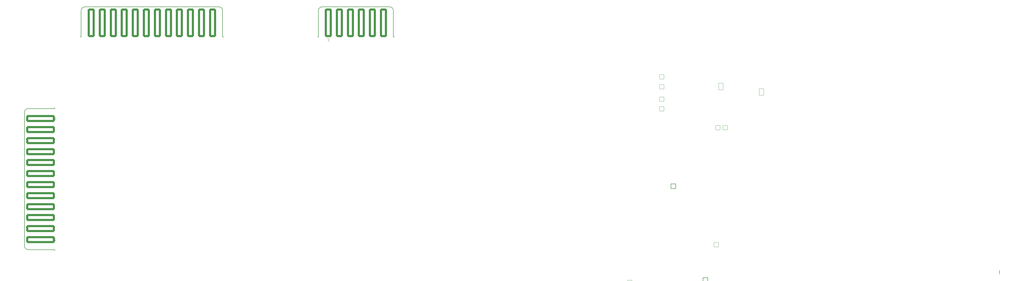
<source format=gbo>
G04 #@! TF.GenerationSoftware,KiCad,Pcbnew,8.0.6*
G04 #@! TF.CreationDate,2024-11-24T22:49:27+01:00*
G04 #@! TF.ProjectId,cbm_ultipet_v1,63626d5f-756c-4746-9970-65745f76312e,rev?*
G04 #@! TF.SameCoordinates,Original*
G04 #@! TF.FileFunction,Legend,Bot*
G04 #@! TF.FilePolarity,Positive*
%FSLAX46Y46*%
G04 Gerber Fmt 4.6, Leading zero omitted, Abs format (unit mm)*
G04 Created by KiCad (PCBNEW 8.0.6) date 2024-11-24 22:49:27*
%MOMM*%
%LPD*%
G01*
G04 APERTURE LIST*
G04 Aperture macros list*
%AMRoundRect*
0 Rectangle with rounded corners*
0 $1 Rounding radius*
0 $2 $3 $4 $5 $6 $7 $8 $9 X,Y pos of 4 corners*
0 Add a 4 corners polygon primitive as box body*
4,1,4,$2,$3,$4,$5,$6,$7,$8,$9,$2,$3,0*
0 Add four circle primitives for the rounded corners*
1,1,$1+$1,$2,$3*
1,1,$1+$1,$4,$5*
1,1,$1+$1,$6,$7*
1,1,$1+$1,$8,$9*
0 Add four rect primitives between the rounded corners*
20,1,$1+$1,$2,$3,$4,$5,0*
20,1,$1+$1,$4,$5,$6,$7,0*
20,1,$1+$1,$6,$7,$8,$9,0*
20,1,$1+$1,$8,$9,$2,$3,0*%
%AMFreePoly0*
4,1,25,0.333266,0.742596,0.345389,0.732242,0.732242,0.345389,0.760749,0.289441,0.762000,0.273547,0.762000,-0.273547,0.742596,-0.333266,0.732242,-0.345389,0.345389,-0.732242,0.289441,-0.760749,0.273547,-0.762000,-0.273547,-0.762000,-0.333266,-0.742596,-0.345389,-0.732242,-0.732242,-0.345389,-0.760749,-0.289441,-0.762000,-0.273547,-0.762000,0.273547,-0.742596,0.333266,-0.732242,0.345389,
-0.345389,0.732242,-0.289441,0.760749,-0.273547,0.762000,0.273547,0.762000,0.333266,0.742596,0.333266,0.742596,$1*%
%AMFreePoly1*
4,1,25,0.391131,0.882296,0.403254,0.871942,0.871942,0.403254,0.900449,0.347306,0.901700,0.331412,0.901700,-0.331412,0.882296,-0.391131,0.871942,-0.403254,0.403254,-0.871942,0.347306,-0.900449,0.331412,-0.901700,-0.331412,-0.901700,-0.391131,-0.882296,-0.403254,-0.871942,-0.871942,-0.403254,-0.900449,-0.347306,-0.901700,-0.331412,-0.901700,0.331412,-0.882296,0.391131,-0.871942,0.403254,
-0.403254,0.871942,-0.347306,0.900449,-0.331412,0.901700,0.331412,0.901700,0.391131,0.882296,0.391131,0.882296,$1*%
%AMFreePoly2*
4,1,25,0.375350,0.844196,0.387473,0.833842,0.833842,0.387473,0.862349,0.331525,0.863600,0.315631,0.863600,-0.315631,0.844196,-0.375350,0.833842,-0.387473,0.387473,-0.833842,0.331525,-0.862349,0.315631,-0.863600,-0.315631,-0.863600,-0.375350,-0.844196,-0.387473,-0.833842,-0.833842,-0.387473,-0.862349,-0.331525,-0.863600,-0.315631,-0.863600,0.315631,-0.844196,0.375350,-0.833842,0.387473,
-0.387473,0.833842,-0.331525,0.862349,-0.315631,0.863600,0.315631,0.863600,0.375350,0.844196,0.375350,0.844196,$1*%
%AMFreePoly3*
4,1,25,0.322745,0.717196,0.334868,0.706842,0.706842,0.334868,0.735349,0.278920,0.736600,0.263026,0.736600,-0.263026,0.717196,-0.322745,0.706842,-0.334868,0.334868,-0.706842,0.278920,-0.735349,0.263026,-0.736600,-0.263026,-0.736600,-0.322745,-0.717196,-0.334868,-0.706842,-0.706842,-0.334868,-0.735349,-0.278920,-0.736600,-0.263026,-0.736600,0.263026,-0.717196,0.322745,-0.706842,0.334868,
-0.334868,0.706842,-0.278920,0.735349,-0.263026,0.736600,0.263026,0.736600,0.322745,0.717196,0.322745,0.717196,$1*%
%AMFreePoly4*
4,1,25,0.354308,0.793396,0.366431,0.783042,0.783042,0.366431,0.811549,0.310483,0.812800,0.294589,0.812800,-0.294589,0.793396,-0.354308,0.783042,-0.366431,0.366431,-0.783042,0.310483,-0.811549,0.294589,-0.812800,-0.294589,-0.812800,-0.354308,-0.793396,-0.366431,-0.783042,-0.783042,-0.366431,-0.811549,-0.310483,-0.812800,-0.294589,-0.812800,0.294589,-0.793396,0.354308,-0.783042,0.366431,
-0.366431,0.783042,-0.310483,0.811549,-0.294589,0.812800,0.294589,0.812800,0.354308,0.793396,0.354308,0.793396,$1*%
%AMFreePoly5*
4,1,25,0.349047,0.780696,0.361170,0.770342,0.770342,0.361170,0.798849,0.305222,0.800100,0.289328,0.800100,-0.289328,0.780696,-0.349047,0.770342,-0.361170,0.361170,-0.770342,0.305222,-0.798849,0.289328,-0.800100,-0.289328,-0.800100,-0.349047,-0.780696,-0.361170,-0.770342,-0.770342,-0.361170,-0.798849,-0.305222,-0.800100,-0.289328,-0.800100,0.289328,-0.780696,0.349047,-0.770342,0.361170,
-0.361170,0.770342,-0.305222,0.798849,-0.289328,0.800100,0.289328,0.800100,0.349047,0.780696,0.349047,0.780696,$1*%
%AMFreePoly6*
4,1,25,0.470039,1.072796,0.482162,1.062442,1.062442,0.482162,1.090949,0.426214,1.092200,0.410320,1.092200,-0.410320,1.072796,-0.470039,1.062442,-0.482162,0.482162,-1.062442,0.426214,-1.090949,0.410320,-1.092200,-0.410320,-1.092200,-0.470039,-1.072796,-0.482162,-1.062442,-1.062442,-0.482162,-1.090949,-0.426214,-1.092200,-0.410320,-1.092200,0.410320,-1.072796,0.470039,-1.062442,0.482162,
-0.482162,1.062442,-0.426214,1.090949,-0.410320,1.092200,0.410320,1.092200,0.470039,1.072796,0.470039,1.072796,$1*%
G04 Aperture macros list end*
%ADD10C,0.101600*%
%ADD11C,0.127000*%
%ADD12C,0.203200*%
%ADD13C,4.500000*%
%ADD14C,4.600000*%
%ADD15O,2.844800X1.524000*%
%ADD16C,6.102000*%
%ADD17O,3.048000X1.625600*%
%ADD18FreePoly0,180.000000*%
%ADD19RoundRect,0.051000X0.800000X-0.800000X0.800000X0.800000X-0.800000X0.800000X-0.800000X-0.800000X0*%
%ADD20O,1.702000X1.702000*%
%ADD21O,1.524000X2.844800*%
%ADD22FreePoly0,270.000000*%
%ADD23C,1.803400*%
%ADD24FreePoly1,90.000000*%
%ADD25FreePoly0,0.000000*%
%ADD26C,3.150000*%
%ADD27FreePoly2,90.000000*%
%ADD28O,2.102000X1.302000*%
%ADD29FreePoly0,90.000000*%
%ADD30RoundRect,0.051000X0.800000X0.800000X-0.800000X0.800000X-0.800000X-0.800000X0.800000X-0.800000X0*%
%ADD31FreePoly1,0.000000*%
%ADD32FreePoly2,270.000000*%
%ADD33C,2.362200*%
%ADD34RoundRect,0.051000X0.800000X-1.200000X0.800000X1.200000X-0.800000X1.200000X-0.800000X-1.200000X0*%
%ADD35O,1.702000X2.502000*%
%ADD36RoundRect,0.051000X-0.850000X-0.850000X0.850000X-0.850000X0.850000X0.850000X-0.850000X0.850000X0*%
%ADD37RoundRect,0.051000X-0.800000X0.800000X-0.800000X-0.800000X0.800000X-0.800000X0.800000X0.800000X0*%
%ADD38C,1.473200*%
%ADD39FreePoly3,270.000000*%
%ADD40FreePoly1,270.000000*%
%ADD41RoundRect,0.265000X-0.636000X-0.636000X0.636000X-0.636000X0.636000X0.636000X-0.636000X0.636000X0*%
%ADD42C,1.802000*%
%ADD43FreePoly3,0.000000*%
%ADD44FreePoly3,90.000000*%
%ADD45C,1.524000*%
%ADD46O,1.625600X3.048000*%
%ADD47RoundRect,0.388620X0.906780X4.792980X-0.906780X4.792980X-0.906780X-4.792980X0.906780X-4.792980X0*%
%ADD48O,1.802000X1.802000*%
%ADD49RoundRect,0.051000X0.850000X-0.850000X0.850000X0.850000X-0.850000X0.850000X-0.850000X-0.850000X0*%
%ADD50C,5.283200*%
%ADD51C,2.896000*%
%ADD52RoundRect,0.051000X-0.800000X-0.800000X0.800000X-0.800000X0.800000X0.800000X-0.800000X0.800000X0*%
%ADD53C,1.702000*%
%ADD54O,4.394200X2.298700*%
%ADD55O,2.451100X4.699000*%
%ADD56RoundRect,0.388620X-4.792980X0.906780X-4.792980X-0.906780X4.792980X-0.906780X4.792980X0.906780X0*%
%ADD57FreePoly4,270.000000*%
%ADD58O,2.603200X1.403200*%
%ADD59O,1.403200X2.603200*%
%ADD60C,1.625600*%
%ADD61C,3.530600*%
%ADD62O,2.203200X4.203200*%
%ADD63O,4.203200X2.203200*%
%ADD64RoundRect,0.051000X-1.200000X-0.800000X1.200000X-0.800000X1.200000X0.800000X-1.200000X0.800000X0*%
%ADD65O,2.502000X1.702000*%
%ADD66C,1.727200*%
%ADD67RoundRect,0.051000X-0.711200X0.711200X-0.711200X-0.711200X0.711200X-0.711200X0.711200X0.711200X0*%
%ADD68C,1.524400*%
%ADD69C,1.626000*%
%ADD70O,1.602000X2.102000*%
%ADD71C,3.404000*%
%ADD72O,3.556000X1.879600*%
%ADD73FreePoly4,0.000000*%
%ADD74FreePoly2,180.000000*%
%ADD75C,1.611200*%
%ADD76C,1.600200*%
%ADD77FreePoly5,90.000000*%
%ADD78FreePoly4,180.000000*%
%ADD79FreePoly6,180.000000*%
%ADD80C,2.184400*%
%ADD81C,2.082800*%
%ADD82C,1.981200*%
%ADD83C,4.013200*%
%ADD84O,1.302000X2.102000*%
%ADD85FreePoly4,90.000000*%
G04 APERTURE END LIST*
D10*
X124770519Y-54793046D02*
X125159986Y-54793046D01*
X125159986Y-55405065D02*
X125159986Y-54236665D01*
X125159986Y-54236665D02*
X124603605Y-54236665D01*
X26853774Y-82802824D02*
X26853774Y-83359205D01*
X27187603Y-82691548D02*
X26019203Y-83081014D01*
X26019203Y-83081014D02*
X27187603Y-83470481D01*
X27187603Y-126333586D02*
X26019203Y-126333586D01*
X26019203Y-126333586D02*
X27187603Y-127001243D01*
X27187603Y-127001243D02*
X26019203Y-127001243D01*
D11*
X121473565Y-44153750D02*
X121473565Y-53678750D01*
X121473565Y-53678750D02*
X121092565Y-53678750D01*
X147127565Y-42883750D02*
X122743565Y-42883750D01*
X148397565Y-53678750D02*
X148397565Y-44153750D01*
X148778565Y-53678750D02*
X148397565Y-53678750D01*
X121473565Y-44153750D02*
G75*
G02*
X122743565Y-42883750I1270000J0D01*
G01*
X147127565Y-42883750D02*
G75*
G02*
X148397565Y-44153750I1J-1269999D01*
G01*
X15905877Y-80744215D02*
X15905877Y-129004215D01*
X17175877Y-130274215D02*
X26700877Y-130274215D01*
X26700877Y-79093215D02*
X26700877Y-79474215D01*
X26700877Y-79474215D02*
X17175877Y-79474215D01*
X26700877Y-130274215D02*
X26700877Y-130655215D01*
X15905877Y-80744215D02*
G75*
G02*
X17175877Y-79474215I1269999J1D01*
G01*
X17175877Y-130274215D02*
G75*
G02*
X15905877Y-129004215I0J1270000D01*
G01*
X36249750Y-44151750D02*
X36249750Y-53676750D01*
X36249750Y-53676750D02*
X35868750Y-53676750D01*
X85779750Y-42881750D02*
X37519750Y-42881750D01*
X87049750Y-53676750D02*
X87049750Y-44151750D01*
X87430750Y-53676750D02*
X87049750Y-53676750D01*
X36249750Y-44151750D02*
G75*
G02*
X37519750Y-42881750I1270000J0D01*
G01*
X85779750Y-42881750D02*
G75*
G02*
X87049750Y-44151750I1J-1269999D01*
G01*
D12*
X366122000Y-137795000D02*
X366122000Y-139065000D01*
%LPC*%
D13*
X294397678Y-71702662D02*
X294397678Y-71703662D01*
D14*
X373264678Y-71702662D02*
X373264678Y-71703662D01*
D15*
X179772652Y-95250000D03*
X179772652Y-97790000D03*
X179772652Y-100330000D03*
X179772652Y-102870000D03*
X179772652Y-105410000D03*
X179772652Y-107950000D03*
X179772652Y-110490000D03*
X187392652Y-110490000D03*
X187392652Y-107950000D03*
X187392652Y-105410000D03*
X187392652Y-102870000D03*
X187392652Y-100330000D03*
X187392652Y-97790000D03*
X187392652Y-95250000D03*
D16*
X196100000Y-62000000D03*
D17*
X69882208Y-163830000D03*
X69882208Y-158750000D03*
X69882208Y-156210000D03*
X69882208Y-153670000D03*
X69882208Y-151130000D03*
X69882208Y-148590000D03*
X69882208Y-146050000D03*
X69882208Y-143510000D03*
X69882208Y-140970000D03*
X69882208Y-138430000D03*
X69882208Y-135890000D03*
X69882208Y-133350000D03*
X69882208Y-130810000D03*
X69882208Y-128270000D03*
X69882208Y-125730000D03*
X69882208Y-123190000D03*
X69882208Y-120650000D03*
X69882208Y-118110000D03*
X69882208Y-115570000D03*
D18*
X146060000Y-70485000D03*
X147330000Y-72390000D03*
X148600000Y-70485000D03*
D19*
X379095000Y-152400000D03*
D20*
X379095000Y-144780000D03*
D21*
X359958100Y-193675000D03*
X362498100Y-193675000D03*
X365038100Y-193675000D03*
X367578100Y-193675000D03*
X367578100Y-186055000D03*
X365038100Y-186055000D03*
X362498100Y-186055000D03*
X359958100Y-186055000D03*
D22*
X126746000Y-209804000D03*
X126746000Y-212344000D03*
D16*
X29850000Y-173000000D03*
D23*
X393700000Y-57150000D03*
D24*
X393700000Y-54610000D03*
D22*
X197485000Y-194310000D03*
X197485000Y-201930000D03*
D17*
X32385000Y-74930000D03*
X32385000Y-72390000D03*
D22*
X224155000Y-180340000D03*
X224155000Y-190500000D03*
X217170000Y-194310000D03*
X217170000Y-201930000D03*
D15*
X92272410Y-92710000D03*
X92272410Y-95250000D03*
X92272410Y-97790000D03*
X92272410Y-100330000D03*
X92272410Y-102870000D03*
X92272410Y-105410000D03*
X92272410Y-107950000D03*
X92272410Y-110490000D03*
X92272410Y-113030000D03*
X92272410Y-115570000D03*
X92272410Y-118110000D03*
X92272410Y-120650000D03*
X92272410Y-123190000D03*
X92272410Y-125730000D03*
X92272410Y-128270000D03*
X92272410Y-130810000D03*
X92272410Y-133350000D03*
X92272410Y-135890000D03*
X92272410Y-138430000D03*
X92272410Y-140970000D03*
X107512410Y-140970000D03*
X107512410Y-138430000D03*
X107512410Y-135890000D03*
X107512410Y-133350000D03*
X107512410Y-130810000D03*
X107512410Y-128270000D03*
X107512410Y-125730000D03*
X107512410Y-123190000D03*
X107512410Y-120650000D03*
X107512410Y-118110000D03*
X107512410Y-115570000D03*
X107512410Y-113030000D03*
X107512410Y-110490000D03*
X107512410Y-107950000D03*
X107512410Y-105410000D03*
X107512410Y-102870000D03*
X107512410Y-100330000D03*
X107512410Y-97790000D03*
X107512410Y-95250000D03*
X107512410Y-92710000D03*
D25*
X258445000Y-178435000D03*
X260985000Y-178435000D03*
D26*
X396659900Y-152146000D03*
X396659900Y-127254000D03*
D27*
X395237500Y-145237200D03*
X395237500Y-142468600D03*
X395237500Y-139700000D03*
X395237500Y-136931400D03*
X395237500Y-134162800D03*
X398081100Y-143852900D03*
X398081100Y-141084300D03*
X398081100Y-138315700D03*
X398081100Y-135547100D03*
D25*
X370205000Y-212725000D03*
X377825000Y-212725000D03*
D15*
X193675000Y-95250000D03*
X193675000Y-97790000D03*
X193675000Y-100330000D03*
X193675000Y-102870000D03*
X193675000Y-105410000D03*
X193675000Y-107950000D03*
X193675000Y-110490000D03*
X201295000Y-110490000D03*
X201295000Y-107950000D03*
X201295000Y-105410000D03*
X201295000Y-102870000D03*
X201295000Y-100330000D03*
X201295000Y-97790000D03*
X201295000Y-95250000D03*
D28*
X278989828Y-55501408D03*
X278989828Y-57501408D03*
X278989828Y-59501408D03*
X278989828Y-53501408D03*
X278989828Y-51501408D03*
X278989828Y-61501408D03*
D17*
X220190344Y-137795000D03*
X220190344Y-135255000D03*
D16*
X397830000Y-213598652D03*
D21*
X74930000Y-66675000D03*
X77470000Y-66675000D03*
X80010000Y-66675000D03*
X82550000Y-66675000D03*
X85090000Y-66675000D03*
X87630000Y-66675000D03*
X90170000Y-66675000D03*
X92710000Y-66675000D03*
X95250000Y-66675000D03*
D29*
X368935000Y-166370000D03*
X368935000Y-163830000D03*
D19*
X386080000Y-122809000D03*
D20*
X386080000Y-115189000D03*
D30*
X244830600Y-79623800D03*
D20*
X237210600Y-79623800D03*
D25*
X343535000Y-212725000D03*
X346075000Y-212725000D03*
D29*
X208280000Y-72390000D03*
X208280000Y-64770000D03*
D18*
X274637500Y-74612500D03*
X272097500Y-74612500D03*
X207010000Y-118110000D03*
X204470000Y-118110000D03*
D23*
X373380000Y-55880000D03*
D31*
X375920000Y-55880000D03*
D29*
X174625000Y-81280000D03*
X174625000Y-78740000D03*
D32*
X19988218Y-148167670D03*
X19988218Y-152688870D03*
D33*
X22477418Y-146923070D03*
X22477418Y-153933470D03*
D22*
X262255000Y-64516000D03*
X262255000Y-67056000D03*
X114935000Y-161290000D03*
X114935000Y-163830000D03*
D15*
X172787652Y-92710000D03*
X172787652Y-95250000D03*
X172787652Y-97790000D03*
X172787652Y-100330000D03*
X172787652Y-102870000D03*
X172787652Y-105410000D03*
X172787652Y-107950000D03*
X172787652Y-110490000D03*
D17*
X372745000Y-85090000D03*
X372745000Y-87630000D03*
D34*
X280658363Y-73523214D03*
D35*
X283198363Y-73523214D03*
X285738363Y-73523214D03*
X288278363Y-73523214D03*
X288278363Y-65903214D03*
X285738363Y-65903214D03*
X283198363Y-65903214D03*
X280658363Y-65903214D03*
D19*
X389255000Y-142240000D03*
D20*
X389255000Y-134620000D03*
D26*
X396659900Y-120396000D03*
X396659900Y-95504000D03*
D27*
X395237500Y-113487200D03*
X395237500Y-110718600D03*
X395237500Y-107950000D03*
X395237500Y-105181400D03*
X395237500Y-102412800D03*
X398081100Y-112102900D03*
X398081100Y-109334300D03*
X398081100Y-106565700D03*
X398081100Y-103797100D03*
D22*
X205740000Y-172720000D03*
X205740000Y-180340000D03*
D29*
X354965000Y-191135000D03*
X354965000Y-188595000D03*
D15*
X135763000Y-217551000D03*
X125603000Y-217551000D03*
D19*
X381000000Y-122809000D03*
D20*
X381000000Y-115189000D03*
D25*
X215900000Y-97790000D03*
X210820000Y-97790000D03*
D29*
X102235000Y-74930000D03*
X102235000Y-72390000D03*
D36*
X304800121Y-197602658D03*
D18*
X184852652Y-91440000D03*
X182312652Y-91440000D03*
D37*
X264955000Y-86360000D03*
D20*
X264955000Y-93980000D03*
D25*
X139700000Y-217805000D03*
X147320000Y-217805000D03*
D16*
X216170000Y-172937116D03*
D15*
X171398983Y-213537870D03*
X163778983Y-213537870D03*
D38*
X292989000Y-65532000D03*
D39*
X292989000Y-67564000D03*
D23*
X33638517Y-161158696D03*
D40*
X33638517Y-163698696D03*
D18*
X86360000Y-211455000D03*
X78740000Y-211455000D03*
D29*
X147555953Y-192947597D03*
X147555953Y-190407597D03*
X211268152Y-72397100D03*
X211268152Y-64777100D03*
D41*
X206257500Y-149860000D03*
D42*
X208797500Y-149860000D03*
X206257500Y-152400000D03*
X208797500Y-152400000D03*
X206257500Y-154940000D03*
X208797500Y-154940000D03*
X206257500Y-157480000D03*
X208797500Y-157480000D03*
X206257500Y-160020000D03*
X208797500Y-160020000D03*
D16*
X23746110Y-213689571D03*
D15*
X290195000Y-202478100D03*
X290195000Y-205018100D03*
X290195000Y-207558100D03*
X290195000Y-210098100D03*
X297815000Y-210098100D03*
X297815000Y-207558100D03*
X297815000Y-205018100D03*
X297815000Y-202478100D03*
D19*
X381000000Y-112522000D03*
D20*
X381000000Y-104902000D03*
D29*
X64135000Y-213741000D03*
X64135000Y-203581000D03*
D17*
X233680000Y-161290000D03*
X233680000Y-158750000D03*
X233680000Y-156210000D03*
X233680000Y-153670000D03*
D19*
X383540000Y-112522000D03*
D20*
X383540000Y-104902000D03*
D23*
X37519751Y-140548568D03*
D40*
X37519751Y-143088568D03*
D18*
X75536943Y-88900000D03*
X72996943Y-88900000D03*
D29*
X144625553Y-192947597D03*
X144625553Y-190407597D03*
D25*
X244695600Y-84678800D03*
X247235600Y-84678800D03*
D38*
X189484000Y-180975000D03*
D43*
X191516000Y-180975000D03*
D21*
X60325000Y-71120000D03*
X57785000Y-71120000D03*
X55245000Y-71120000D03*
X52705000Y-71120000D03*
X50165000Y-71120000D03*
X47625000Y-71120000D03*
X45085000Y-71120000D03*
X42545000Y-71120000D03*
X40005000Y-71120000D03*
D38*
X140335000Y-157226000D03*
D44*
X140335000Y-155194000D03*
D23*
X359410000Y-134620000D03*
D31*
X361950000Y-134620000D03*
D30*
X244830600Y-76123800D03*
D20*
X237210600Y-76123800D03*
D22*
X203878388Y-194310000D03*
X203878388Y-201930000D03*
D23*
X367705000Y-75015000D03*
D40*
X367705000Y-77555000D03*
D15*
X119380000Y-156210000D03*
X119380000Y-158750000D03*
X119380000Y-161290000D03*
X119380000Y-163830000D03*
X119380000Y-166370000D03*
X119380000Y-168910000D03*
X119380000Y-171450000D03*
X119380000Y-173990000D03*
X119380000Y-176530000D03*
X119380000Y-179070000D03*
X119380000Y-181610000D03*
X119380000Y-184150000D03*
X119380000Y-186690000D03*
X119380000Y-189230000D03*
X134620000Y-189230000D03*
X134620000Y-186690000D03*
X134620000Y-184150000D03*
X134620000Y-181610000D03*
X134620000Y-179070000D03*
X134620000Y-176530000D03*
X134620000Y-173990000D03*
X134620000Y-171450000D03*
X134620000Y-168910000D03*
X134620000Y-166370000D03*
X134620000Y-163830000D03*
X134620000Y-161290000D03*
X134620000Y-158750000D03*
X134620000Y-156210000D03*
D45*
X38735000Y-209550000D03*
X53975000Y-209550000D03*
X53975000Y-201930000D03*
X38735000Y-201930000D03*
D30*
X244830600Y-71623800D03*
D20*
X237210600Y-71623800D03*
D36*
X268085438Y-203527695D03*
D25*
X81280000Y-167640000D03*
X83820000Y-167640000D03*
D29*
X190500000Y-201930000D03*
X190500000Y-194310000D03*
D15*
X217170000Y-105410000D03*
X209550000Y-105410000D03*
D29*
X236757617Y-104363142D03*
X236757617Y-96743142D03*
D22*
X145325872Y-56515000D03*
X145325872Y-66675000D03*
D46*
X130810000Y-71755000D03*
X133350000Y-71755000D03*
X135890000Y-71755000D03*
D23*
X360680000Y-149225000D03*
D40*
X360680000Y-151765000D03*
D16*
X401160000Y-172900000D03*
D29*
X187325000Y-201930000D03*
X187325000Y-194310000D03*
D15*
X370840000Y-129540000D03*
X370840000Y-127000000D03*
X370840000Y-124460000D03*
X370840000Y-121920000D03*
X370840000Y-119380000D03*
X370840000Y-116840000D03*
X370840000Y-114300000D03*
X370840000Y-111760000D03*
X370840000Y-109220000D03*
D18*
X339725000Y-212725000D03*
X337185000Y-212725000D03*
X86360000Y-214630000D03*
X78740000Y-214630000D03*
D25*
X294640000Y-189865000D03*
X297180000Y-189865000D03*
D17*
X106045000Y-217170000D03*
X106045000Y-214630000D03*
X106045000Y-212090000D03*
D19*
X384175000Y-142240000D03*
D20*
X384175000Y-134620000D03*
D47*
X144841565Y-48598750D03*
X140879165Y-48598750D03*
X136916765Y-48598750D03*
X132954365Y-48598750D03*
X128991965Y-48598750D03*
X125029565Y-48598750D03*
D22*
X288925000Y-138430000D03*
X288925000Y-140970000D03*
X131064000Y-209804000D03*
X131064000Y-212344000D03*
D16*
X390600000Y-49600000D03*
D23*
X163830000Y-197485000D03*
D31*
X166370000Y-197485000D03*
D19*
X386715000Y-142240000D03*
D20*
X386715000Y-134620000D03*
D21*
X40005000Y-83820000D03*
X42545000Y-83820000D03*
X45085000Y-83820000D03*
X47625000Y-83820000D03*
X50165000Y-83820000D03*
X52705000Y-83820000D03*
X55245000Y-83820000D03*
X57785000Y-83820000D03*
X60325000Y-83820000D03*
X62865000Y-83820000D03*
X62865000Y-76200000D03*
X60325000Y-76200000D03*
X57785000Y-76200000D03*
X55245000Y-76200000D03*
X52705000Y-76200000D03*
X50165000Y-76200000D03*
X47625000Y-76200000D03*
X45085000Y-76200000D03*
X42545000Y-76200000D03*
X40005000Y-76200000D03*
D25*
X238345600Y-84678800D03*
X240885600Y-84678800D03*
D45*
X256712105Y-157453622D03*
X259252105Y-157453622D03*
D19*
X378460000Y-122809000D03*
D20*
X378460000Y-115189000D03*
D22*
X130175000Y-202565000D03*
X130175000Y-205105000D03*
D25*
X258445000Y-175260000D03*
X260985000Y-175260000D03*
X78740000Y-217805000D03*
X86360000Y-217805000D03*
D38*
X140335000Y-162306000D03*
D44*
X140335000Y-160274000D03*
D22*
X89535000Y-160655000D03*
X89535000Y-163195000D03*
D19*
X384175000Y-152400000D03*
D20*
X384175000Y-144780000D03*
D15*
X45720000Y-149860000D03*
X45720000Y-152400000D03*
X45720000Y-154940000D03*
X45720000Y-157480000D03*
X45720000Y-160020000D03*
X45720000Y-162560000D03*
X45720000Y-165100000D03*
X45720000Y-167640000D03*
X53340000Y-167640000D03*
X53340000Y-165100000D03*
X53340000Y-162560000D03*
X53340000Y-160020000D03*
X53340000Y-157480000D03*
X53340000Y-154940000D03*
X53340000Y-152400000D03*
X53340000Y-149860000D03*
D25*
X154305000Y-211455000D03*
X153035000Y-209550000D03*
X151765000Y-211455000D03*
X127635000Y-150495000D03*
X130175000Y-150495000D03*
D17*
X386715000Y-59690000D03*
X386715000Y-62230000D03*
X386715000Y-64770000D03*
X386715000Y-67310000D03*
X386715000Y-69850000D03*
X386715000Y-72390000D03*
X386715000Y-74930000D03*
D21*
X130810000Y-83820000D03*
X133350000Y-83820000D03*
X135890000Y-83820000D03*
X138430000Y-83820000D03*
X140970000Y-83820000D03*
X143510000Y-83820000D03*
X146050000Y-83820000D03*
X146050000Y-76200000D03*
X143510000Y-76200000D03*
X140970000Y-76200000D03*
X138430000Y-76200000D03*
X135890000Y-76200000D03*
X133350000Y-76200000D03*
X130810000Y-76200000D03*
D46*
X137795000Y-62230000D03*
X135255000Y-62230000D03*
X132715000Y-62230000D03*
X130175000Y-62230000D03*
X127635000Y-62230000D03*
X125095000Y-62230000D03*
D22*
X376555000Y-86182200D03*
X376555000Y-88722200D03*
D36*
X172080000Y-158760000D03*
D48*
X174620000Y-158760000D03*
X172080000Y-161300000D03*
X174620000Y-161300000D03*
X172080000Y-163840000D03*
X174620000Y-163840000D03*
X172080000Y-166380000D03*
X174620000Y-166380000D03*
D15*
X184057362Y-207570606D03*
X176437362Y-207570606D03*
D22*
X201930000Y-172720000D03*
X201930000Y-180340000D03*
D49*
X248996200Y-107421600D03*
D48*
X248996200Y-104881600D03*
X251536200Y-107421600D03*
X251536200Y-104881600D03*
X254076200Y-107421600D03*
X254076200Y-104881600D03*
X256616200Y-107421600D03*
X256616200Y-104881600D03*
X259156200Y-107421600D03*
X259156200Y-104881600D03*
X261696200Y-107421600D03*
X261696200Y-104881600D03*
D16*
X24300000Y-62000000D03*
D22*
X237490000Y-159385000D03*
X237490000Y-161925000D03*
X207645000Y-194310000D03*
X207645000Y-201930000D03*
D46*
X304165000Y-66294000D03*
X306705000Y-66294000D03*
D25*
X98425000Y-88900000D03*
X100965000Y-88900000D03*
D29*
X233858072Y-104479124D03*
X233858072Y-96859124D03*
D22*
X194353388Y-194310000D03*
X194353388Y-201930000D03*
D17*
X115570000Y-217170000D03*
X115570000Y-214630000D03*
X115570000Y-212090000D03*
D23*
X354965000Y-200025000D03*
D31*
X357505000Y-200025000D03*
D25*
X144780000Y-88265000D03*
X147320000Y-88265000D03*
D29*
X229235000Y-177165000D03*
X229235000Y-169545000D03*
D15*
X171374817Y-216561816D03*
X163754817Y-216561816D03*
D19*
X388622400Y-112489700D03*
D20*
X388622400Y-104869700D03*
D32*
X28708672Y-187560753D03*
X28708672Y-190303953D03*
X28708672Y-193047153D03*
X28708672Y-195790353D03*
X28708672Y-198533553D03*
X26168672Y-188932353D03*
X26168672Y-191675553D03*
X26168672Y-194418753D03*
X26168672Y-197161953D03*
D50*
X27438672Y-180524953D03*
X27438672Y-205569353D03*
D51*
X309086200Y-52616100D03*
X357359000Y-52616100D03*
D27*
X314172600Y-55156100D03*
X316712600Y-55156100D03*
X319252600Y-55156100D03*
X321792600Y-55156100D03*
X324332600Y-55156100D03*
X326872600Y-55156100D03*
X329412600Y-55156100D03*
X331952600Y-55156100D03*
X334492600Y-55156100D03*
X337032600Y-55156100D03*
X339572600Y-55156100D03*
X342112600Y-55156100D03*
X344652600Y-55156100D03*
X347192600Y-55156100D03*
X349732600Y-55156100D03*
X352272600Y-55156100D03*
X314172600Y-57696100D03*
X316712600Y-57696100D03*
X319252600Y-57696100D03*
X321792600Y-57696100D03*
X324332600Y-57696100D03*
X326872600Y-57696100D03*
X329412600Y-57696100D03*
X331952600Y-57696100D03*
X334492600Y-57696100D03*
X337032600Y-57696100D03*
X339572600Y-57696100D03*
X342112600Y-57696100D03*
X344652600Y-57696100D03*
X347192600Y-57696100D03*
X349732600Y-57696100D03*
X352272600Y-57696100D03*
X314172600Y-60236100D03*
X316712600Y-60236100D03*
X319252600Y-60236100D03*
X321792600Y-60236100D03*
X324332600Y-60236100D03*
X326872600Y-60236100D03*
X329412600Y-60236100D03*
X331952600Y-60236100D03*
X334492600Y-60236100D03*
X337032600Y-60236100D03*
X339572600Y-60236100D03*
X342112600Y-60236100D03*
X344652600Y-60236100D03*
X347192600Y-60236100D03*
X349732600Y-60236100D03*
X352272600Y-60236100D03*
D52*
X264351888Y-128524000D03*
D53*
X266851888Y-128524000D03*
D25*
X189865000Y-118110000D03*
X192405000Y-118110000D03*
D22*
X277368000Y-65151000D03*
X277368000Y-67691000D03*
D18*
X225425000Y-150495000D03*
X222885000Y-150495000D03*
D54*
X168910000Y-58420000D03*
X153670000Y-58420000D03*
D15*
X226060000Y-57785000D03*
X226060000Y-60325000D03*
X226060000Y-62865000D03*
X226060000Y-65405000D03*
X226060000Y-67945000D03*
X226060000Y-70485000D03*
X226060000Y-73025000D03*
X226060000Y-75565000D03*
D46*
X243840000Y-140970000D03*
X256540000Y-140970000D03*
X246380000Y-140970000D03*
X248920000Y-140970000D03*
X254000000Y-140970000D03*
X241300000Y-140970000D03*
X251460000Y-140970000D03*
X238760000Y-140970000D03*
D22*
X213995000Y-194310000D03*
X213995000Y-201930000D03*
D17*
X205467975Y-102870000D03*
X205467975Y-105410000D03*
D15*
X148590000Y-92710000D03*
X148590000Y-95250000D03*
X148590000Y-97790000D03*
X148590000Y-100330000D03*
X148590000Y-102870000D03*
X148590000Y-105410000D03*
X148590000Y-107950000D03*
X148590000Y-110490000D03*
X148590000Y-113030000D03*
X148590000Y-115570000D03*
X148590000Y-118110000D03*
X148590000Y-120650000D03*
X148590000Y-123190000D03*
X148590000Y-125730000D03*
X148590000Y-128270000D03*
X148590000Y-130810000D03*
X148590000Y-133350000D03*
X148590000Y-135890000D03*
X148590000Y-138430000D03*
X148590000Y-140970000D03*
X163830000Y-140970000D03*
X163830000Y-138430000D03*
X163830000Y-135890000D03*
X163830000Y-133350000D03*
X163830000Y-130810000D03*
X163830000Y-128270000D03*
X163830000Y-125730000D03*
X163830000Y-123190000D03*
X163830000Y-120650000D03*
X163830000Y-118110000D03*
X163830000Y-115570000D03*
X163830000Y-113030000D03*
X163830000Y-110490000D03*
X163830000Y-107950000D03*
X163830000Y-105410000D03*
X163830000Y-102870000D03*
X163830000Y-100330000D03*
X163830000Y-97790000D03*
X163830000Y-95250000D03*
X163830000Y-92710000D03*
X95250000Y-156210000D03*
X95250000Y-158750000D03*
X95250000Y-161290000D03*
X95250000Y-163830000D03*
X95250000Y-166370000D03*
X95250000Y-168910000D03*
X95250000Y-171450000D03*
X95250000Y-173990000D03*
X95250000Y-176530000D03*
X95250000Y-179070000D03*
X95250000Y-181610000D03*
X95250000Y-184150000D03*
X95250000Y-186690000D03*
X95250000Y-189230000D03*
X110490000Y-189230000D03*
X110490000Y-186690000D03*
X110490000Y-184150000D03*
X110490000Y-181610000D03*
X110490000Y-179070000D03*
X110490000Y-176530000D03*
X110490000Y-173990000D03*
X110490000Y-171450000D03*
X110490000Y-168910000D03*
X110490000Y-166370000D03*
X110490000Y-163830000D03*
X110490000Y-161290000D03*
X110490000Y-158750000D03*
X110490000Y-156210000D03*
X184150000Y-216535000D03*
X176530000Y-216535000D03*
D55*
X379095000Y-163195000D03*
X379095000Y-178435000D03*
D25*
X162560000Y-154305000D03*
X165100000Y-154305000D03*
X356235000Y-212725000D03*
X363855000Y-212725000D03*
D56*
X21620877Y-83081015D03*
X21620877Y-87043415D03*
X21620877Y-91005815D03*
X21620877Y-94968215D03*
X21620877Y-98930615D03*
X21620877Y-102893015D03*
X21620877Y-106855415D03*
X21620877Y-110817815D03*
X21620877Y-114780215D03*
X21620877Y-118742615D03*
X21620877Y-122705015D03*
X21620877Y-126667415D03*
D57*
X36093400Y-92786200D03*
X36093400Y-95326200D03*
X36093400Y-97866200D03*
X36093400Y-100406200D03*
X36093400Y-102946200D03*
X36093400Y-105486200D03*
X36093400Y-108026200D03*
X36093400Y-110566200D03*
X36093400Y-113106200D03*
X36093400Y-115646200D03*
X36093400Y-118186200D03*
X36093400Y-120726200D03*
X38633400Y-92786200D03*
X38633400Y-95326200D03*
X38633400Y-97866200D03*
X38633400Y-100406200D03*
X38633400Y-102946200D03*
X38633400Y-105486200D03*
X38633400Y-108026200D03*
X38633400Y-110566200D03*
X38633400Y-113106200D03*
X38633400Y-115646200D03*
X38633400Y-118186200D03*
X38633400Y-120726200D03*
D38*
X266319000Y-76454000D03*
D43*
X268351000Y-76454000D03*
D29*
X126792567Y-81280000D03*
X126792567Y-78740000D03*
D23*
X39295119Y-151604386D03*
D40*
X39295119Y-154144386D03*
D19*
X388620000Y-122809000D03*
D20*
X388620000Y-115189000D03*
D21*
X133985000Y-207010000D03*
X136525000Y-207010000D03*
X139065000Y-207010000D03*
X141605000Y-207010000D03*
X144145000Y-207010000D03*
X146685000Y-207010000D03*
X149225000Y-207010000D03*
X149225000Y-199390000D03*
X146685000Y-199390000D03*
X144145000Y-199390000D03*
X141605000Y-199390000D03*
X139065000Y-199390000D03*
X136525000Y-199390000D03*
X133985000Y-199390000D03*
D58*
X266873516Y-47211919D03*
D59*
X262323516Y-50511919D03*
X271923516Y-55011919D03*
D58*
X262873516Y-58211919D03*
D59*
X269523516Y-53611919D03*
D17*
X120015000Y-217170000D03*
X120015000Y-214630000D03*
X120015000Y-212090000D03*
D60*
X209816700Y-54678542D03*
X211823300Y-54678542D03*
X207327500Y-54678542D03*
D61*
X217385900Y-51960742D03*
X204254100Y-51960742D03*
D60*
X214312500Y-54678542D03*
D25*
X215900000Y-100330000D03*
X210820000Y-100330000D03*
D19*
X381635000Y-152400000D03*
D20*
X381635000Y-144780000D03*
D18*
X225425000Y-154305000D03*
X222885000Y-154305000D03*
D46*
X304165000Y-69977000D03*
X306705000Y-69977000D03*
D22*
X193040000Y-185420000D03*
X193040000Y-187960000D03*
D15*
X171398983Y-207612088D03*
X163778983Y-207612088D03*
D29*
X184150000Y-201930000D03*
X184150000Y-194310000D03*
D18*
X377825000Y-208915000D03*
X370205000Y-208915000D03*
D29*
X60960000Y-213741000D03*
X60960000Y-203581000D03*
D15*
X172126052Y-121920000D03*
X172126052Y-124460000D03*
X172126052Y-127000000D03*
X172126052Y-129540000D03*
X172126052Y-132080000D03*
X172126052Y-134620000D03*
X172126052Y-137160000D03*
X172126052Y-139700000D03*
X179746052Y-139700000D03*
X179746052Y-137160000D03*
X179746052Y-134620000D03*
X179746052Y-132080000D03*
X179746052Y-129540000D03*
X179746052Y-127000000D03*
X179746052Y-124460000D03*
X179746052Y-121920000D03*
D62*
X391049263Y-67105354D03*
D63*
X394149263Y-62305354D03*
D62*
X397149263Y-67105354D03*
D38*
X221869000Y-160020000D03*
D43*
X223901000Y-160020000D03*
D22*
X153416753Y-190407597D03*
X153416753Y-192947597D03*
D19*
X389255000Y-152400000D03*
D20*
X389255000Y-144780000D03*
D46*
X137795000Y-67310000D03*
X135255000Y-67310000D03*
X132715000Y-67310000D03*
X130175000Y-67310000D03*
X127635000Y-67310000D03*
X125095000Y-67310000D03*
D25*
X215900000Y-102870000D03*
X210820000Y-102870000D03*
D53*
X262382000Y-74422000D03*
X262382000Y-69422000D03*
D25*
X101600000Y-151130000D03*
X104140000Y-151130000D03*
X306266591Y-63525562D03*
X311346591Y-63525562D03*
D19*
X378460000Y-112522000D03*
D20*
X378460000Y-104902000D03*
D19*
X233299000Y-142048113D03*
D53*
X233299000Y-139548113D03*
D15*
X201930776Y-121920000D03*
X201930776Y-124460000D03*
X201930776Y-127000000D03*
X201930776Y-129540000D03*
X201930776Y-132080000D03*
X201930776Y-134620000D03*
X201930776Y-137160000D03*
X209550776Y-137160000D03*
X209550776Y-134620000D03*
X209550776Y-132080000D03*
X209550776Y-129540000D03*
X209550776Y-127000000D03*
X209550776Y-124460000D03*
X209550776Y-121920000D03*
D36*
X260447962Y-145887013D03*
D46*
X133350000Y-88295398D03*
X135890000Y-88295398D03*
X138430000Y-88295398D03*
D22*
X237490000Y-153670000D03*
X237490000Y-156210000D03*
D53*
X296585000Y-65278000D03*
X301585000Y-65278000D03*
D16*
X104800000Y-62000000D03*
D22*
X381000000Y-51435000D03*
X381000000Y-53975000D03*
D38*
X226060000Y-141224000D03*
D39*
X226060000Y-143256000D03*
D22*
X100965000Y-201930000D03*
X100965000Y-204470000D03*
D23*
X27588127Y-158235533D03*
D40*
X27588127Y-160775533D03*
D18*
X217170000Y-107950000D03*
X209550000Y-107950000D03*
D25*
X231140000Y-69215000D03*
X233680000Y-69215000D03*
D29*
X69850000Y-81280000D03*
X69850000Y-78740000D03*
D15*
X171398983Y-210630882D03*
X163778983Y-210630882D03*
D22*
X200703388Y-194310000D03*
X200703388Y-201930000D03*
D21*
X104775000Y-207010000D03*
X107315000Y-207010000D03*
X109855000Y-207010000D03*
X112395000Y-207010000D03*
X114935000Y-207010000D03*
X117475000Y-207010000D03*
X120015000Y-207010000D03*
X122555000Y-207010000D03*
X122555000Y-199390000D03*
X120015000Y-199390000D03*
X117475000Y-199390000D03*
X114935000Y-199390000D03*
X112395000Y-199390000D03*
X109855000Y-199390000D03*
X107315000Y-199390000D03*
X104775000Y-199390000D03*
D25*
X37654187Y-173990000D03*
X40194187Y-173990000D03*
D29*
X222885000Y-177165000D03*
X222885000Y-169545000D03*
D30*
X381635000Y-91821000D03*
D20*
X374015000Y-91821000D03*
D46*
X255270000Y-182880000D03*
X257810000Y-182880000D03*
X260350000Y-182880000D03*
X262890000Y-182880000D03*
D25*
X249775600Y-76040906D03*
X252315600Y-76040906D03*
D64*
X160005000Y-158745000D03*
D65*
X160005000Y-161285000D03*
X160005000Y-163825000D03*
X160005000Y-166365000D03*
X160005000Y-168905000D03*
X160005000Y-171445000D03*
X160005000Y-173985000D03*
X167625000Y-173985000D03*
X167625000Y-171445000D03*
X167625000Y-168905000D03*
X167625000Y-166365000D03*
X167625000Y-163825000D03*
X167625000Y-161285000D03*
X167625000Y-158745000D03*
D29*
X180975000Y-201930000D03*
X180975000Y-194310000D03*
D26*
X256441981Y-58723188D03*
X231448381Y-58723188D03*
D66*
X239627181Y-61263188D03*
X241913181Y-61263188D03*
X244199181Y-61263188D03*
X246485181Y-61263188D03*
X248771181Y-61263188D03*
X238484181Y-58723188D03*
X240770181Y-58723188D03*
X243056181Y-58723188D03*
X245342181Y-58723188D03*
X247628181Y-58723188D03*
X239627181Y-56183188D03*
X241913181Y-56183188D03*
X244199181Y-56183188D03*
X246485181Y-56183188D03*
X248771181Y-56183188D03*
D18*
X147320000Y-211455000D03*
X139700000Y-211455000D03*
D29*
X148590000Y-66675000D03*
X148590000Y-56515000D03*
D25*
X306169940Y-60819321D03*
X311249940Y-60819321D03*
D17*
X58468800Y-156845000D03*
X58468800Y-159385000D03*
X58468800Y-161925000D03*
X58468800Y-164465000D03*
X58468800Y-167005000D03*
D25*
X231140000Y-72390000D03*
X233680000Y-72390000D03*
D16*
X397800000Y-50150000D03*
D18*
X177165000Y-118110000D03*
X174625000Y-118110000D03*
D29*
X150495000Y-193040000D03*
X150495000Y-190500000D03*
D25*
X231140000Y-66040000D03*
X233680000Y-66040000D03*
D21*
X106045000Y-77470000D03*
X108585000Y-77470000D03*
X111125000Y-77470000D03*
X113665000Y-77470000D03*
X116205000Y-77470000D03*
X118745000Y-77470000D03*
X121285000Y-77470000D03*
X121285000Y-69850000D03*
X118745000Y-69850000D03*
X116205000Y-69850000D03*
X113665000Y-69850000D03*
X111125000Y-69850000D03*
X108585000Y-69850000D03*
X106045000Y-69850000D03*
X74930000Y-70485000D03*
X77470000Y-70485000D03*
X80010000Y-70485000D03*
X82550000Y-70485000D03*
X85090000Y-70485000D03*
X87630000Y-70485000D03*
X90170000Y-70485000D03*
X92710000Y-70485000D03*
X95250000Y-70485000D03*
X161925000Y-189865000D03*
X164465000Y-189865000D03*
X167005000Y-189865000D03*
X169545000Y-189865000D03*
X172085000Y-189865000D03*
X174625000Y-189865000D03*
X177165000Y-189865000D03*
X177165000Y-182245000D03*
X174625000Y-182245000D03*
X172085000Y-182245000D03*
X169545000Y-182245000D03*
X167005000Y-182245000D03*
X164465000Y-182245000D03*
X161925000Y-182245000D03*
D16*
X21060000Y-172900000D03*
D25*
X151765000Y-64135000D03*
X154305000Y-64135000D03*
D53*
X296585000Y-68453000D03*
X301585000Y-68453000D03*
D47*
X83442950Y-48596750D03*
X79480550Y-48596750D03*
X75518150Y-48596750D03*
X71555750Y-48596750D03*
X67593350Y-48596750D03*
X63630950Y-48596750D03*
X59668550Y-48596750D03*
X55706150Y-48596750D03*
X51743750Y-48596750D03*
X47781350Y-48596750D03*
X43818950Y-48596750D03*
X39856550Y-48596750D03*
D15*
X200660000Y-52976986D03*
X200660000Y-55516986D03*
X200660000Y-58056986D03*
X200660000Y-60596986D03*
X200660000Y-63136986D03*
X220980000Y-63136986D03*
X220980000Y-60596986D03*
X220980000Y-58056986D03*
X220980000Y-55516986D03*
X220980000Y-52976986D03*
D17*
X285115000Y-140970000D03*
X285115000Y-138430000D03*
D22*
X71755000Y-201930000D03*
X71755000Y-204470000D03*
D19*
X383540000Y-122809000D03*
D20*
X383540000Y-115189000D03*
D46*
X99060000Y-59690000D03*
X96520000Y-59690000D03*
X93980000Y-59690000D03*
D30*
X244830600Y-68123800D03*
D20*
X237210600Y-68123800D03*
D67*
X64135000Y-187071000D03*
D68*
X66675000Y-184531000D03*
X64135000Y-184531000D03*
X66675000Y-181991000D03*
X64135000Y-181991000D03*
X66675000Y-179451000D03*
X64135000Y-176911000D03*
X64135000Y-179451000D03*
X61595000Y-176911000D03*
X61595000Y-179451000D03*
X59055000Y-176911000D03*
X59055000Y-179451000D03*
X56515000Y-176911000D03*
X56515000Y-179451000D03*
X53975000Y-176911000D03*
X53975000Y-179451000D03*
X51435000Y-176911000D03*
X48895000Y-179451000D03*
X51435000Y-179451000D03*
X48895000Y-181991000D03*
X51435000Y-181991000D03*
X48895000Y-184531000D03*
X51435000Y-184531000D03*
X48895000Y-187071000D03*
X51435000Y-187071000D03*
X48895000Y-189611000D03*
X51435000Y-189611000D03*
X48895000Y-192151000D03*
X51435000Y-194691000D03*
X51435000Y-192151000D03*
X53975000Y-194691000D03*
X53975000Y-192151000D03*
X56515000Y-194691000D03*
X56515000Y-192151000D03*
X59055000Y-194691000D03*
X59055000Y-192151000D03*
X61595000Y-194691000D03*
X61595000Y-192151000D03*
X64135000Y-194691000D03*
X66675000Y-192151000D03*
X64135000Y-192151000D03*
X66675000Y-189611000D03*
X64135000Y-189611000D03*
X66675000Y-187071000D03*
D21*
X178435000Y-83820000D03*
X180975000Y-83820000D03*
X183515000Y-83820000D03*
X186055000Y-83820000D03*
X188595000Y-83820000D03*
X191135000Y-83820000D03*
X193675000Y-83820000D03*
X196215000Y-83820000D03*
X198755000Y-83820000D03*
X201295000Y-83820000D03*
X201295000Y-76200000D03*
X198755000Y-76200000D03*
X196215000Y-76200000D03*
X193675000Y-76200000D03*
X191135000Y-76200000D03*
X188595000Y-76200000D03*
X186055000Y-76200000D03*
X183515000Y-76200000D03*
X180975000Y-76200000D03*
X178435000Y-76200000D03*
D30*
X381635000Y-94361000D03*
D20*
X374015000Y-94361000D03*
D16*
X401450000Y-161900000D03*
D17*
X376555000Y-79375000D03*
X376555000Y-76835000D03*
D22*
X232410000Y-169545000D03*
X232410000Y-177165000D03*
D18*
X153680000Y-70485000D03*
X154950000Y-72390000D03*
X156220000Y-70485000D03*
D25*
X99060000Y-211455000D03*
X97790000Y-209550000D03*
X96520000Y-211455000D03*
D46*
X146685000Y-151130000D03*
X149225000Y-151130000D03*
X151765000Y-151130000D03*
D25*
X249775600Y-68168800D03*
X252315600Y-68168800D03*
X147320000Y-154940000D03*
X149860000Y-154940000D03*
D23*
X363855000Y-200025000D03*
D31*
X366395000Y-200025000D03*
D23*
X33526931Y-154678641D03*
D40*
X33526931Y-157218641D03*
D17*
X32385000Y-67310000D03*
X32385000Y-64770000D03*
D29*
X34290000Y-81280000D03*
X34290000Y-78740000D03*
D69*
X396849600Y-87911000D03*
D70*
X381609600Y-87911000D03*
D69*
X396849600Y-85371000D03*
D70*
X385419600Y-87911000D03*
D69*
X396849600Y-82831000D03*
D70*
X389229600Y-87911000D03*
D69*
X394309600Y-87911000D03*
D70*
X381609600Y-82831000D03*
D69*
X394309600Y-85371000D03*
D70*
X385419600Y-82831000D03*
D69*
X394309600Y-82831000D03*
X391769600Y-85371000D03*
D70*
X389229600Y-82831000D03*
X401929600Y-82831000D03*
X401929600Y-87911000D03*
D69*
X401929600Y-85371000D03*
D21*
X154940000Y-83820000D03*
X157480000Y-83820000D03*
X160020000Y-83820000D03*
X162560000Y-83820000D03*
X165100000Y-83820000D03*
X167640000Y-83820000D03*
X170180000Y-83820000D03*
X170180000Y-76200000D03*
X167640000Y-76200000D03*
X165100000Y-76200000D03*
X162560000Y-76200000D03*
X160020000Y-76200000D03*
X157480000Y-76200000D03*
X154940000Y-76200000D03*
D41*
X196097500Y-149860000D03*
D42*
X198637500Y-149860000D03*
X196097500Y-152400000D03*
X198637500Y-152400000D03*
X196097500Y-154940000D03*
X198637500Y-154940000D03*
X196097500Y-157480000D03*
X198637500Y-157480000D03*
X196097500Y-160020000D03*
X198637500Y-160020000D03*
D29*
X370205000Y-180340000D03*
X370205000Y-177800000D03*
D15*
X85090000Y-113030000D03*
X85090000Y-115570000D03*
X85090000Y-118110000D03*
X85090000Y-120650000D03*
X85090000Y-123190000D03*
X85090000Y-125730000D03*
X85090000Y-128270000D03*
X85090000Y-130810000D03*
X85090000Y-133350000D03*
D25*
X139700000Y-214630000D03*
X147320000Y-214630000D03*
X363855000Y-205105000D03*
X366395000Y-205105000D03*
D23*
X372745000Y-200025000D03*
D31*
X375285000Y-200025000D03*
D22*
X89535000Y-154305000D03*
X89535000Y-156845000D03*
D53*
X277368000Y-75652000D03*
X277368000Y-70652000D03*
D22*
X210820000Y-194310000D03*
X210820000Y-201930000D03*
X114935000Y-156337000D03*
X114935000Y-158877000D03*
D25*
X306070000Y-208242904D03*
X308610000Y-208242904D03*
D18*
X50800000Y-146050000D03*
X48260000Y-146050000D03*
D15*
X274320000Y-202478100D03*
X274320000Y-205018100D03*
X274320000Y-207558100D03*
X274320000Y-210098100D03*
X281940000Y-210098100D03*
X281940000Y-207558100D03*
X281940000Y-205018100D03*
X281940000Y-202478100D03*
D21*
X197485000Y-191135000D03*
X200025000Y-191135000D03*
X202565000Y-191135000D03*
X205105000Y-191135000D03*
X207645000Y-191135000D03*
X210185000Y-191135000D03*
X212725000Y-191135000D03*
X212725000Y-183515000D03*
X210185000Y-183515000D03*
X207645000Y-183515000D03*
X205105000Y-183515000D03*
X202565000Y-183515000D03*
X200025000Y-183515000D03*
X197485000Y-183515000D03*
D37*
X267589000Y-86360000D03*
D20*
X267589000Y-93980000D03*
D36*
X260447962Y-141263429D03*
D21*
X60325000Y-67310000D03*
X57785000Y-67310000D03*
X55245000Y-67310000D03*
X52705000Y-67310000D03*
X50165000Y-67310000D03*
X47625000Y-67310000D03*
X45085000Y-67310000D03*
X42545000Y-67310000D03*
X40005000Y-67310000D03*
D15*
X144780000Y-158750000D03*
X144780000Y-161290000D03*
X144780000Y-163830000D03*
X144780000Y-166370000D03*
X144780000Y-168910000D03*
X144780000Y-171450000D03*
X144780000Y-173990000D03*
X144780000Y-176530000D03*
X152400000Y-176530000D03*
X152400000Y-173990000D03*
X152400000Y-171450000D03*
X152400000Y-168910000D03*
X152400000Y-166370000D03*
X152400000Y-163830000D03*
X152400000Y-161290000D03*
X152400000Y-158750000D03*
D19*
X379095000Y-142240000D03*
D20*
X379095000Y-134620000D03*
D18*
X198772723Y-91440000D03*
X196232723Y-91440000D03*
X274637500Y-77470000D03*
X272097500Y-77470000D03*
D38*
X151384000Y-217170000D03*
D43*
X153416000Y-217170000D03*
D22*
X34036000Y-204343000D03*
X34036000Y-206883000D03*
D17*
X111125000Y-217170000D03*
X111125000Y-214630000D03*
X111125000Y-212090000D03*
D71*
X177546000Y-67310000D03*
D72*
X160020000Y-64770000D03*
X160020000Y-67310000D03*
X160020000Y-69850000D03*
D45*
X225868801Y-83947000D03*
X225868801Y-88773000D03*
D29*
X151130000Y-81280000D03*
X151130000Y-78740000D03*
D38*
X221869000Y-165735000D03*
D43*
X223901000Y-165735000D03*
D15*
X187325000Y-121920000D03*
X187325000Y-124460000D03*
X187325000Y-127000000D03*
X187325000Y-129540000D03*
X187325000Y-132080000D03*
X187325000Y-134620000D03*
X187325000Y-137160000D03*
X187325000Y-139700000D03*
X194945000Y-139700000D03*
X194945000Y-137160000D03*
X194945000Y-134620000D03*
X194945000Y-132080000D03*
X194945000Y-129540000D03*
X194945000Y-127000000D03*
X194945000Y-124460000D03*
X194945000Y-121920000D03*
D23*
X39653127Y-164562440D03*
D40*
X39653127Y-167102440D03*
D23*
X364205000Y-67015000D03*
D40*
X364205000Y-69555000D03*
D22*
X153670000Y-201930000D03*
X153670000Y-204470000D03*
D25*
X262455754Y-190500000D03*
X263725754Y-188595000D03*
X264995754Y-190500000D03*
D73*
X184785000Y-67945000D03*
X184785000Y-65405000D03*
X187325000Y-67945000D03*
X187325000Y-65405000D03*
X189865000Y-67945000D03*
X189865000Y-65405000D03*
D74*
X287128755Y-44149401D03*
X282607555Y-44149401D03*
D33*
X288373355Y-46638601D03*
X281362955Y-46638601D03*
D75*
X391160000Y-189490000D03*
X391160000Y-209290000D03*
D19*
X386080000Y-112522000D03*
D20*
X386080000Y-104902000D03*
D76*
X276860000Y-161925000D03*
D77*
X274320000Y-164465000D03*
X276860000Y-164465000D03*
X274320000Y-167005000D03*
X276860000Y-167005000D03*
X274320000Y-169545000D03*
X276860000Y-172085000D03*
X276860000Y-169545000D03*
X279400000Y-172085000D03*
X279400000Y-169545000D03*
X281940000Y-172085000D03*
X281940000Y-169545000D03*
X284480000Y-172085000D03*
X284480000Y-169545000D03*
X287020000Y-172085000D03*
X287020000Y-169545000D03*
X289560000Y-172085000D03*
X292100000Y-169545000D03*
X289560000Y-169545000D03*
X292100000Y-167005000D03*
X289560000Y-167005000D03*
X292100000Y-164465000D03*
X289560000Y-164465000D03*
X292100000Y-161925000D03*
X289560000Y-161925000D03*
X292100000Y-159385000D03*
X289560000Y-159385000D03*
X292100000Y-156845000D03*
X289560000Y-154305000D03*
X289560000Y-156845000D03*
X287020000Y-154305000D03*
X287020000Y-156845000D03*
X284480000Y-154305000D03*
X284480000Y-156845000D03*
X281940000Y-154305000D03*
X281940000Y-156845000D03*
X279400000Y-154305000D03*
X279400000Y-156845000D03*
X276860000Y-154305000D03*
X274320000Y-156845000D03*
X276860000Y-156845000D03*
X274320000Y-159385000D03*
X276860000Y-159385000D03*
X274320000Y-161925000D03*
D21*
X76200000Y-207010000D03*
X78740000Y-207010000D03*
X81280000Y-207010000D03*
X83820000Y-207010000D03*
X86360000Y-207010000D03*
X88900000Y-207010000D03*
X91440000Y-207010000D03*
X91440000Y-199390000D03*
X88900000Y-199390000D03*
X86360000Y-199390000D03*
X83820000Y-199390000D03*
X81280000Y-199390000D03*
X78740000Y-199390000D03*
X76200000Y-199390000D03*
D17*
X64770000Y-156845000D03*
X64770000Y-159385000D03*
X64770000Y-161925000D03*
X64770000Y-164465000D03*
X64770000Y-167005000D03*
D22*
X85090000Y-151130000D03*
X85090000Y-146050000D03*
D19*
X381635000Y-142240000D03*
D20*
X381635000Y-134620000D03*
D78*
X73660000Y-58420000D03*
X71120000Y-58420000D03*
X68580000Y-58420000D03*
X66040000Y-58420000D03*
X63500000Y-58420000D03*
X60960000Y-58420000D03*
X58420000Y-58420000D03*
X55880000Y-58420000D03*
X53340000Y-58420000D03*
X50800000Y-58420000D03*
X48260000Y-58420000D03*
X45720000Y-58420000D03*
X73660000Y-60960000D03*
X71120000Y-60960000D03*
X68580000Y-60960000D03*
X66040000Y-60960000D03*
X63500000Y-60960000D03*
X60960000Y-60960000D03*
X58420000Y-60960000D03*
X55880000Y-60960000D03*
X53340000Y-60960000D03*
X50800000Y-60960000D03*
X48260000Y-60960000D03*
X45720000Y-60960000D03*
D17*
X77470000Y-163830000D03*
X77470000Y-158750000D03*
X77470000Y-156210000D03*
X77470000Y-153670000D03*
X77470000Y-151130000D03*
X77470000Y-148590000D03*
X77470000Y-146050000D03*
X77470000Y-143510000D03*
X77470000Y-140970000D03*
X77470000Y-138430000D03*
X77470000Y-135890000D03*
X77470000Y-133350000D03*
X77470000Y-130810000D03*
X77470000Y-128270000D03*
X77470000Y-125730000D03*
X77470000Y-123190000D03*
X77470000Y-120650000D03*
X77470000Y-118110000D03*
X77470000Y-115570000D03*
D22*
X226060000Y-169545000D03*
X226060000Y-177165000D03*
D51*
X188692310Y-49399820D03*
X173452310Y-49399820D03*
D79*
X173452310Y-54479820D03*
X175992310Y-57019820D03*
X181072310Y-54479820D03*
X186152310Y-57019820D03*
X188692310Y-54479820D03*
X181072310Y-59559820D03*
D80*
X183612310Y-44319820D03*
X178532310Y-44319820D03*
X186152310Y-44319820D03*
X175992310Y-44319820D03*
D17*
X225425000Y-137795000D03*
X225425000Y-135255000D03*
D15*
X70440160Y-92710000D03*
X70440160Y-95250000D03*
X70440160Y-97790000D03*
X70440160Y-100330000D03*
X70440160Y-102870000D03*
X70440160Y-105410000D03*
X70440160Y-107950000D03*
X70440160Y-110490000D03*
X78060160Y-110490000D03*
X78060160Y-107950000D03*
X78060160Y-105410000D03*
X78060160Y-102870000D03*
X78060160Y-100330000D03*
X78060160Y-97790000D03*
X78060160Y-95250000D03*
X78060160Y-92710000D03*
D25*
X249775600Y-71786101D03*
X252315600Y-71786101D03*
D38*
X219710000Y-141231120D03*
D39*
X219710000Y-143263120D03*
D34*
X266078429Y-71515729D03*
D35*
X268618429Y-71515729D03*
X271158429Y-71515729D03*
X273698429Y-71515729D03*
X273698429Y-63895729D03*
X271158429Y-63895729D03*
X268618429Y-63895729D03*
X266078429Y-63895729D03*
D16*
X215900000Y-213700000D03*
D30*
X392015000Y-91769000D03*
D20*
X384395000Y-91769000D03*
D25*
X356235000Y-208915000D03*
X363855000Y-208915000D03*
D15*
X184057362Y-210589400D03*
X176437362Y-210589400D03*
D18*
X377825000Y-205105000D03*
X370205000Y-205105000D03*
D25*
X53340000Y-88900000D03*
X55880000Y-88900000D03*
D21*
X73660000Y-83820000D03*
X76200000Y-83820000D03*
X78740000Y-83820000D03*
X81280000Y-83820000D03*
X83820000Y-83820000D03*
X86360000Y-83820000D03*
X88900000Y-83820000D03*
X91440000Y-83820000D03*
X93980000Y-83820000D03*
X96520000Y-83820000D03*
X96520000Y-76200000D03*
X93980000Y-76200000D03*
X91440000Y-76200000D03*
X88900000Y-76200000D03*
X86360000Y-76200000D03*
X83820000Y-76200000D03*
X81280000Y-76200000D03*
X78740000Y-76200000D03*
X76200000Y-76200000D03*
X73660000Y-76200000D03*
D22*
X198120000Y-172720000D03*
X198120000Y-180340000D03*
D15*
X35052000Y-178689000D03*
X35052000Y-181229000D03*
X35052000Y-183769000D03*
X35052000Y-186309000D03*
X35052000Y-188849000D03*
X35052000Y-191389000D03*
X35052000Y-193929000D03*
X35052000Y-196469000D03*
X42672000Y-196469000D03*
X42672000Y-193929000D03*
X42672000Y-191389000D03*
X42672000Y-188849000D03*
X42672000Y-186309000D03*
X42672000Y-183769000D03*
X42672000Y-181229000D03*
X42672000Y-178689000D03*
X46990000Y-92710000D03*
X46990000Y-95250000D03*
X46990000Y-97790000D03*
X46990000Y-100330000D03*
X46990000Y-102870000D03*
X46990000Y-105410000D03*
X46990000Y-107950000D03*
X46990000Y-110490000D03*
X46990000Y-113030000D03*
X46990000Y-115570000D03*
X46990000Y-118110000D03*
X46990000Y-120650000D03*
X46990000Y-123190000D03*
X46990000Y-125730000D03*
X46990000Y-128270000D03*
X46990000Y-130810000D03*
X46990000Y-133350000D03*
X46990000Y-135890000D03*
X46990000Y-138430000D03*
X46990000Y-140970000D03*
X62230000Y-140970000D03*
X62230000Y-138430000D03*
X62230000Y-135890000D03*
X62230000Y-133350000D03*
X62230000Y-130810000D03*
X62230000Y-128270000D03*
X62230000Y-125730000D03*
X62230000Y-123190000D03*
X62230000Y-120650000D03*
X62230000Y-118110000D03*
X62230000Y-115570000D03*
X62230000Y-113030000D03*
X62230000Y-110490000D03*
X62230000Y-107950000D03*
X62230000Y-105410000D03*
X62230000Y-102870000D03*
X62230000Y-100330000D03*
X62230000Y-97790000D03*
X62230000Y-95250000D03*
X62230000Y-92710000D03*
D22*
X209550000Y-172720000D03*
X209550000Y-180340000D03*
D15*
X184057362Y-213608195D03*
X176437362Y-213608195D03*
D81*
X367665000Y-138430000D03*
X370205000Y-138430000D03*
X367665000Y-140970000D03*
X370205000Y-140970000D03*
X367665000Y-143510000D03*
X370205000Y-143510000D03*
X367665000Y-146050000D03*
X370205000Y-146050000D03*
X367665000Y-148590000D03*
X370205000Y-148590000D03*
D41*
X185420000Y-149860000D03*
D42*
X187960000Y-149860000D03*
X185420000Y-152400000D03*
X187960000Y-152400000D03*
X185420000Y-154940000D03*
X187960000Y-154940000D03*
X185420000Y-157480000D03*
X187960000Y-157480000D03*
X185420000Y-160020000D03*
X187960000Y-160020000D03*
D38*
X189484000Y-174625000D03*
D43*
X191516000Y-174625000D03*
D30*
X392015000Y-94269000D03*
D20*
X384395000Y-94269000D03*
D38*
X183134000Y-174625000D03*
D43*
X185166000Y-174625000D03*
D29*
X142240000Y-66675000D03*
X142240000Y-56515000D03*
D19*
X386715000Y-152400000D03*
D20*
X386715000Y-144780000D03*
D82*
X228021143Y-191930759D03*
D83*
X225481143Y-197010759D03*
D23*
X39384029Y-158152042D03*
D40*
X39384029Y-160692042D03*
D38*
X183134000Y-180975000D03*
D43*
X185166000Y-180975000D03*
D25*
X121285000Y-88900000D03*
X123825000Y-88900000D03*
D84*
X247650000Y-129222500D03*
X250190000Y-129222500D03*
X252730000Y-129222500D03*
X255270000Y-129222500D03*
X257810000Y-129222500D03*
X260350000Y-129222500D03*
X247650000Y-126682500D03*
X250190000Y-126682500D03*
X252730000Y-126682500D03*
X255270000Y-126682500D03*
X257810000Y-126682500D03*
X260350000Y-126682500D03*
D46*
X146685000Y-147320000D03*
X149225000Y-147320000D03*
X151765000Y-147320000D03*
D51*
X277571200Y-85394800D03*
X367588800Y-85394800D03*
D85*
X283210000Y-87630000D03*
X285750000Y-87630000D03*
X288290000Y-87630000D03*
X290830000Y-87630000D03*
X293370000Y-87630000D03*
X295910000Y-87630000D03*
X298450000Y-87630000D03*
X300990000Y-87630000D03*
X303530000Y-87630000D03*
X306070000Y-87630000D03*
X308610000Y-87630000D03*
X311150000Y-87630000D03*
X313690000Y-87630000D03*
X316230000Y-87630000D03*
X318770000Y-87630000D03*
X321310000Y-87630000D03*
X323850000Y-87630000D03*
X326390000Y-87630000D03*
X328930000Y-87630000D03*
X331470000Y-87630000D03*
X334010000Y-87630000D03*
X336550000Y-87630000D03*
X339090000Y-87630000D03*
X341630000Y-87630000D03*
X344170000Y-87630000D03*
X346710000Y-87630000D03*
X349250000Y-87630000D03*
X351790000Y-87630000D03*
X354330000Y-87630000D03*
X356870000Y-87630000D03*
X359410000Y-87630000D03*
X361950000Y-87630000D03*
X283210000Y-82550000D03*
X285750000Y-82550000D03*
X288290000Y-82550000D03*
X290830000Y-82550000D03*
X293370000Y-82550000D03*
X295910000Y-82550000D03*
X298450000Y-82550000D03*
X300990000Y-82550000D03*
X303530000Y-82550000D03*
X306070000Y-82550000D03*
X308610000Y-82550000D03*
X311150000Y-82550000D03*
X313690000Y-82550000D03*
X316230000Y-82550000D03*
X318770000Y-82550000D03*
X321310000Y-82550000D03*
X323850000Y-82550000D03*
X326390000Y-82550000D03*
X328930000Y-82550000D03*
X331470000Y-82550000D03*
X334010000Y-82550000D03*
X336550000Y-82550000D03*
X339090000Y-82550000D03*
X341630000Y-82550000D03*
X344170000Y-82550000D03*
X346710000Y-82550000D03*
X349250000Y-82550000D03*
X351790000Y-82550000D03*
X354330000Y-82550000D03*
X356870000Y-82550000D03*
X359410000Y-82550000D03*
X361950000Y-82550000D03*
D15*
X77470000Y-172720000D03*
X77470000Y-175260000D03*
X77470000Y-177800000D03*
X77470000Y-180340000D03*
X77470000Y-182880000D03*
X77470000Y-185420000D03*
X77470000Y-187960000D03*
X77470000Y-190500000D03*
X85090000Y-190500000D03*
X85090000Y-187960000D03*
X85090000Y-185420000D03*
X85090000Y-182880000D03*
X85090000Y-180340000D03*
X85090000Y-177800000D03*
X85090000Y-175260000D03*
X85090000Y-172720000D03*
D46*
X139700000Y-151130000D03*
X142240000Y-151130000D03*
D15*
X115496256Y-92710000D03*
X115496256Y-95250000D03*
X115496256Y-97790000D03*
X115496256Y-100330000D03*
X115496256Y-102870000D03*
X115496256Y-105410000D03*
X115496256Y-107950000D03*
X115496256Y-110490000D03*
X115496256Y-113030000D03*
X115496256Y-115570000D03*
X115496256Y-118110000D03*
X115496256Y-120650000D03*
X115496256Y-123190000D03*
X115496256Y-125730000D03*
X115496256Y-128270000D03*
X115496256Y-130810000D03*
X115496256Y-133350000D03*
X115496256Y-135890000D03*
X115496256Y-138430000D03*
X115496256Y-140970000D03*
X130736256Y-140970000D03*
X130736256Y-138430000D03*
X130736256Y-135890000D03*
X130736256Y-133350000D03*
X130736256Y-130810000D03*
X130736256Y-128270000D03*
X130736256Y-125730000D03*
X130736256Y-123190000D03*
X130736256Y-120650000D03*
X130736256Y-118110000D03*
X130736256Y-115570000D03*
X130736256Y-113030000D03*
X130736256Y-110490000D03*
X130736256Y-107950000D03*
X130736256Y-105410000D03*
X130736256Y-102870000D03*
X130736256Y-100330000D03*
X130736256Y-97790000D03*
X130736256Y-95250000D03*
X130736256Y-92710000D03*
D29*
X158743834Y-185424342D03*
X158743834Y-182884342D03*
G36*
X374730799Y-43655664D02*
G01*
X374777292Y-43709320D01*
X374788678Y-43761662D01*
X374788678Y-50367662D01*
X374768676Y-50435783D01*
X374715020Y-50482276D01*
X374662678Y-50493662D01*
X371358678Y-50493662D01*
X371290557Y-50473660D01*
X371244064Y-50420004D01*
X371232678Y-50367662D01*
X371232678Y-43761662D01*
X371252680Y-43693541D01*
X371306336Y-43647048D01*
X371358678Y-43635662D01*
X374662678Y-43635662D01*
X374730799Y-43655664D01*
G37*
%LPD*%
M02*

</source>
